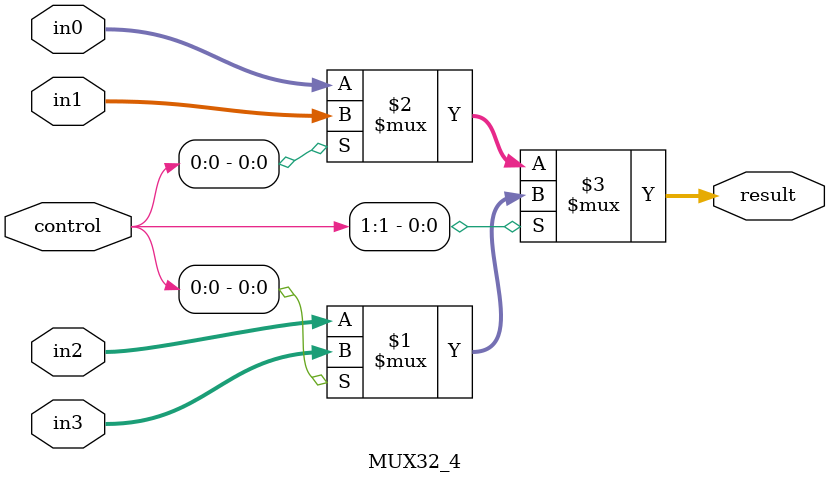
<source format=v>
module MUX32_2 (
  input  [31:0] in0,
  input  [31:0] in1,
  input         control,
  output [31:0] result
);
  assign result = control ? in1 : in0;
endmodule

module MUX32_4 (
  input  [31:0] in0,
  input  [31:0] in1,
  input  [31:0] in2,
  input  [31:0] in3,
  input  [1:0]  control,
  output [31:0] result
);
  assign result = control[1] ? (control[0] ? in3 : in2) : (control[0] ? in1 : in0);
endmodule

</source>
